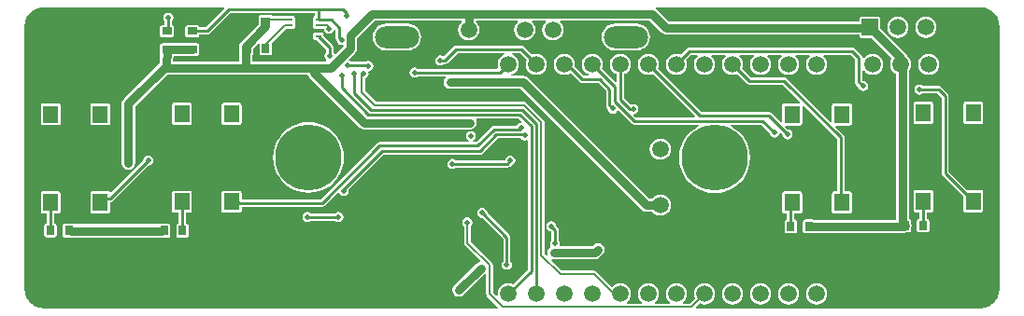
<source format=gtl>
G04*
G04 #@! TF.GenerationSoftware,Altium Limited,Altium Designer,18.1.9 (240)*
G04*
G04 Layer_Physical_Order=1*
G04 Layer_Color=255*
%FSAX25Y25*%
%MOIN*%
G70*
G01*
G75*
%ADD13R,0.05512X0.06299*%
%ADD14R,0.02756X0.03347*%
%ADD15R,0.03543X0.06496*%
%ADD16R,0.02165X0.00984*%
%ADD17R,0.03347X0.03740*%
%ADD18R,0.03347X0.02756*%
%ADD32C,0.01000*%
%ADD33C,0.03000*%
%ADD34C,0.00800*%
%ADD35C,0.05906*%
%ADD36R,0.05906X0.05906*%
%ADD37C,0.05910*%
%ADD38C,0.05906*%
%ADD39O,0.15748X0.07874*%
%ADD40C,0.23622*%
%ADD41C,0.01968*%
G36*
X0361407Y0452258D02*
X0354549Y0445400D01*
X0352351D01*
Y0445453D01*
X0352289Y0445765D01*
X0352112Y0446030D01*
X0351848Y0446206D01*
X0351535Y0446268D01*
X0348189D01*
X0347877Y0446206D01*
X0347612Y0446030D01*
X0347435Y0445765D01*
X0347373Y0445453D01*
Y0442697D01*
X0347435Y0442385D01*
X0347612Y0442120D01*
X0347877Y0441943D01*
X0348189Y0441881D01*
X0351535D01*
X0351848Y0441943D01*
X0352112Y0442120D01*
X0352289Y0442385D01*
X0352351Y0442697D01*
Y0442749D01*
X0355098D01*
X0355606Y0442850D01*
X0356036Y0443138D01*
X0363541Y0450643D01*
X0393458D01*
Y0449488D01*
X0393389Y0449474D01*
X0393124Y0449297D01*
X0392947Y0449033D01*
X0392885Y0448721D01*
Y0447736D01*
X0392947Y0447424D01*
X0393068Y0447244D01*
X0392947Y0447064D01*
X0392885Y0446752D01*
Y0445768D01*
X0392947Y0445456D01*
X0393124Y0445191D01*
X0393389Y0445014D01*
X0393701Y0444952D01*
X0395866D01*
X0396178Y0445014D01*
X0396212Y0445036D01*
X0396715D01*
X0396842Y0444882D01*
X0396981Y0444186D01*
X0397375Y0443596D01*
X0397965Y0443201D01*
X0398661Y0443063D01*
X0399358Y0443201D01*
X0399948Y0443596D01*
X0400342Y0444186D01*
X0400348Y0444215D01*
X0400902Y0444436D01*
X0401037Y0444340D01*
Y0441691D01*
X0401138Y0441184D01*
X0401292Y0440953D01*
X0401290Y0440944D01*
X0401429Y0440248D01*
X0401823Y0439658D01*
X0402413Y0439263D01*
X0403109Y0439125D01*
X0403549Y0439212D01*
X0403596Y0439190D01*
X0403827Y0438758D01*
X0401009Y0435939D01*
X0400441Y0436079D01*
X0400184Y0436464D01*
Y0438248D01*
X0400083Y0438755D01*
X0399796Y0439185D01*
X0396682Y0442299D01*
Y0442815D01*
X0396620Y0443127D01*
X0396443Y0443392D01*
X0396178Y0443569D01*
X0395866Y0443631D01*
X0394872D01*
X0394783Y0443648D01*
X0394695Y0443631D01*
X0393701D01*
X0393389Y0443569D01*
X0393124Y0443392D01*
X0392947Y0443127D01*
X0392885Y0442815D01*
Y0441831D01*
X0392947Y0441519D01*
X0393124Y0441254D01*
X0393389Y0441077D01*
X0393701Y0441015D01*
X0394217D01*
X0397533Y0437699D01*
Y0436464D01*
X0397178Y0435932D01*
X0397039Y0435236D01*
X0397178Y0434540D01*
X0397572Y0433950D01*
X0397752Y0433829D01*
X0397601Y0433329D01*
X0371243D01*
Y0435562D01*
X0371423Y0435683D01*
X0371600Y0435948D01*
X0371662Y0436260D01*
Y0438031D01*
X0373290Y0439658D01*
X0373309Y0439656D01*
X0373771Y0439432D01*
Y0436260D01*
X0373833Y0435948D01*
X0374010Y0435683D01*
X0374274Y0435506D01*
X0374587Y0435444D01*
X0377343D01*
X0377655Y0435506D01*
X0377919Y0435683D01*
X0378096Y0435948D01*
X0378158Y0436260D01*
Y0439606D01*
X0378124Y0439779D01*
X0383357Y0445013D01*
X0383661Y0444952D01*
X0385827D01*
X0386139Y0445014D01*
X0386403Y0445191D01*
X0386580Y0445456D01*
X0386642Y0445768D01*
Y0446752D01*
X0386580Y0447064D01*
X0386460Y0447244D01*
X0386580Y0447424D01*
X0386642Y0447736D01*
Y0448721D01*
X0386580Y0449033D01*
X0386403Y0449297D01*
X0386139Y0449474D01*
X0385827Y0449536D01*
X0383661D01*
X0383349Y0449474D01*
X0383316Y0449452D01*
X0378508D01*
X0378490Y0449544D01*
X0378313Y0449809D01*
X0378048Y0449986D01*
X0377736Y0450048D01*
X0374390D01*
X0374078Y0449986D01*
X0373813Y0449809D01*
X0373636Y0449544D01*
X0373574Y0449232D01*
Y0446575D01*
X0367239Y0440241D01*
X0366731Y0439480D01*
X0366553Y0438583D01*
Y0433329D01*
X0343406D01*
X0343057Y0433687D01*
X0343095Y0435234D01*
X0349862D01*
X0350623Y0435385D01*
X0351535D01*
X0351848Y0435447D01*
X0352112Y0435624D01*
X0352289Y0435889D01*
X0352351Y0436201D01*
Y0438957D01*
X0352289Y0439269D01*
X0352112Y0439534D01*
X0351848Y0439710D01*
X0351535Y0439772D01*
X0350623D01*
X0349862Y0439924D01*
X0340807D01*
X0340386Y0439840D01*
X0339996Y0439772D01*
X0339134D01*
X0338822Y0439710D01*
X0338557Y0439534D01*
X0338380Y0439269D01*
X0338318Y0438957D01*
Y0436201D01*
X0338380Y0435889D01*
X0338418Y0435832D01*
X0338343Y0432749D01*
X0325428Y0419835D01*
X0324920Y0419074D01*
X0324742Y0418177D01*
Y0396772D01*
X0324920Y0395874D01*
X0325428Y0395113D01*
X0326189Y0394605D01*
X0327087Y0394427D01*
X0327984Y0394605D01*
X0328745Y0395113D01*
X0329253Y0395874D01*
X0329432Y0396772D01*
Y0417205D01*
X0340940Y0428713D01*
X0341312Y0428639D01*
X0341312Y0428639D01*
X0390911D01*
X0390944Y0428473D01*
X0391452Y0427712D01*
X0409444Y0409720D01*
X0409444Y0409720D01*
X0410205Y0409211D01*
X0411102Y0409033D01*
X0449055D01*
X0449953Y0409211D01*
X0450713Y0409720D01*
X0451222Y0410480D01*
X0451400Y0411378D01*
X0451222Y0412275D01*
X0451132Y0412409D01*
X0451368Y0412850D01*
X0466141D01*
X0467199Y0411792D01*
X0467175Y0411631D01*
X0467002Y0411282D01*
X0466429Y0411168D01*
X0465839Y0410774D01*
X0465541Y0410329D01*
X0457625D01*
X0457118Y0410228D01*
X0456688Y0409940D01*
X0451144Y0404396D01*
X0450094D01*
X0450011Y0404657D01*
X0450010Y0404896D01*
X0450538Y0405249D01*
X0450933Y0405839D01*
X0451071Y0406535D01*
X0450933Y0407232D01*
X0450538Y0407822D01*
X0449948Y0408216D01*
X0449252Y0408355D01*
X0448556Y0408216D01*
X0447966Y0407822D01*
X0447571Y0407232D01*
X0447433Y0406535D01*
X0447571Y0405839D01*
X0447966Y0405249D01*
X0448493Y0404896D01*
X0448493Y0404657D01*
X0448410Y0404396D01*
X0416614D01*
X0416107Y0404295D01*
X0415677Y0404008D01*
X0395632Y0383963D01*
X0367430D01*
Y0386221D01*
X0367368Y0386533D01*
X0367191Y0386797D01*
X0366926Y0386974D01*
X0366614Y0387036D01*
X0361102D01*
X0360790Y0386974D01*
X0360526Y0386797D01*
X0360349Y0386533D01*
X0360287Y0386221D01*
Y0379921D01*
X0360349Y0379609D01*
X0360526Y0379345D01*
X0360790Y0379168D01*
X0361102Y0379106D01*
X0366614D01*
X0366926Y0379168D01*
X0367191Y0379345D01*
X0367368Y0379609D01*
X0367430Y0379921D01*
Y0381312D01*
X0396181D01*
X0396688Y0381413D01*
X0397118Y0381701D01*
X0401678Y0386260D01*
X0402258Y0386133D01*
X0402532Y0385721D01*
X0403123Y0385327D01*
X0403819Y0385189D01*
X0404515Y0385327D01*
X0405105Y0385721D01*
X0405500Y0386312D01*
X0405638Y0387008D01*
X0405556Y0387421D01*
X0418080Y0399945D01*
X0452438D01*
X0452946Y0400046D01*
X0453376Y0400334D01*
X0458920Y0405878D01*
X0466903D01*
X0467139Y0405525D01*
X0467729Y0405130D01*
X0468425Y0404992D01*
X0468973Y0405101D01*
X0469473Y0404810D01*
Y0358867D01*
X0464145Y0353539D01*
X0463578Y0353774D01*
X0462598Y0353903D01*
X0461619Y0353774D01*
X0460706Y0353396D01*
X0459922Y0352795D01*
X0459320Y0352011D01*
X0458942Y0351098D01*
X0458813Y0350118D01*
X0458873Y0349667D01*
X0458399Y0349434D01*
X0457129Y0350704D01*
Y0360394D01*
X0457036Y0360862D01*
X0456771Y0361259D01*
X0449216Y0368814D01*
Y0374380D01*
X0449278Y0374422D01*
X0449673Y0375012D01*
X0449811Y0375709D01*
X0449673Y0376405D01*
X0449278Y0376995D01*
X0448688Y0377389D01*
X0447992Y0377528D01*
X0447296Y0377389D01*
X0446706Y0376995D01*
X0446311Y0376405D01*
X0446173Y0375709D01*
X0446311Y0375012D01*
X0446706Y0374422D01*
X0446769Y0374380D01*
Y0368307D01*
X0446862Y0367839D01*
X0447127Y0367442D01*
X0452524Y0362045D01*
X0452359Y0361503D01*
X0451937Y0361419D01*
X0451176Y0360910D01*
X0443658Y0353392D01*
X0443302Y0353154D01*
X0442794Y0352394D01*
X0442616Y0351496D01*
X0442794Y0350599D01*
X0443302Y0349838D01*
X0444063Y0349329D01*
X0444961Y0349151D01*
X0445079D01*
X0445976Y0349329D01*
X0446737Y0349838D01*
X0454182Y0357283D01*
X0454682Y0357076D01*
Y0350197D01*
X0454775Y0349729D01*
X0455040Y0349332D01*
X0458992Y0345380D01*
X0458801Y0344918D01*
X0297076D01*
X0295441Y0345102D01*
X0293952Y0345623D01*
X0292617Y0346462D01*
X0291501Y0347577D01*
X0290662Y0348913D01*
X0290142Y0350401D01*
X0289957Y0352037D01*
Y0445601D01*
X0290142Y0447236D01*
X0290662Y0448725D01*
X0291501Y0450061D01*
X0292617Y0451176D01*
X0293952Y0452015D01*
X0295441Y0452536D01*
X0297076Y0452720D01*
X0361216D01*
X0361407Y0452258D01*
D02*
G37*
G36*
X0632433Y0452536D02*
X0633922Y0452015D01*
X0635257Y0451176D01*
X0636373Y0450061D01*
X0637212Y0448725D01*
X0637733Y0447236D01*
X0637917Y0445601D01*
Y0352037D01*
X0637733Y0350401D01*
X0637212Y0348913D01*
X0636373Y0347577D01*
X0635257Y0346462D01*
X0633922Y0345623D01*
X0632433Y0345102D01*
X0630798Y0344918D01*
X0529782D01*
X0529590Y0345380D01*
X0530950Y0346739D01*
X0531619Y0346462D01*
X0532598Y0346333D01*
X0533578Y0346462D01*
X0534491Y0346840D01*
X0535275Y0347442D01*
X0535877Y0348226D01*
X0536255Y0349138D01*
X0536384Y0350118D01*
X0536255Y0351098D01*
X0535877Y0352011D01*
X0535275Y0352795D01*
X0534491Y0353396D01*
X0533578Y0353774D01*
X0532598Y0353903D01*
X0531619Y0353774D01*
X0530706Y0353396D01*
X0529922Y0352795D01*
X0529320Y0352011D01*
X0528942Y0351098D01*
X0528813Y0350118D01*
X0528942Y0349138D01*
X0529219Y0348469D01*
X0527368Y0346618D01*
X0525023D01*
X0524853Y0347118D01*
X0525275Y0347442D01*
X0525877Y0348226D01*
X0526255Y0349138D01*
X0526384Y0350118D01*
X0526255Y0351098D01*
X0525877Y0352011D01*
X0525275Y0352795D01*
X0524491Y0353396D01*
X0523578Y0353774D01*
X0522598Y0353903D01*
X0521619Y0353774D01*
X0520706Y0353396D01*
X0519922Y0352795D01*
X0519320Y0352011D01*
X0518942Y0351098D01*
X0518813Y0350118D01*
X0518942Y0349138D01*
X0519320Y0348226D01*
X0519922Y0347442D01*
X0520344Y0347118D01*
X0520174Y0346618D01*
X0515023D01*
X0514853Y0347118D01*
X0515275Y0347442D01*
X0515876Y0348226D01*
X0516255Y0349138D01*
X0516384Y0350118D01*
X0516255Y0351098D01*
X0515876Y0352011D01*
X0515275Y0352795D01*
X0514491Y0353396D01*
X0513578Y0353774D01*
X0512598Y0353903D01*
X0511619Y0353774D01*
X0510706Y0353396D01*
X0509922Y0352795D01*
X0509320Y0352011D01*
X0508942Y0351098D01*
X0508813Y0350118D01*
X0508942Y0349138D01*
X0509320Y0348226D01*
X0509922Y0347442D01*
X0510344Y0347118D01*
X0510174Y0346618D01*
X0505023D01*
X0504853Y0347118D01*
X0505275Y0347442D01*
X0505876Y0348226D01*
X0506255Y0349138D01*
X0506384Y0350118D01*
X0506255Y0351098D01*
X0505876Y0352011D01*
X0505275Y0352795D01*
X0504491Y0353396D01*
X0503578Y0353774D01*
X0502598Y0353903D01*
X0501619Y0353774D01*
X0500706Y0353396D01*
X0499922Y0352795D01*
X0499863Y0352718D01*
X0499364Y0352686D01*
X0493980Y0358070D01*
X0493583Y0358335D01*
X0493115Y0358428D01*
X0481609D01*
X0477957Y0362080D01*
X0478203Y0362541D01*
X0478819Y0362419D01*
X0493425D01*
X0494323Y0362597D01*
X0495083Y0363106D01*
X0496343Y0364365D01*
X0496852Y0365126D01*
X0497030Y0366024D01*
X0496852Y0366921D01*
X0496343Y0367682D01*
X0495582Y0368190D01*
X0494685Y0368369D01*
X0493788Y0368190D01*
X0493027Y0367682D01*
X0492454Y0367109D01*
X0481310D01*
X0480978Y0367609D01*
X0481070Y0368070D01*
X0480932Y0368766D01*
X0480577Y0369298D01*
Y0372909D01*
X0480577Y0372913D01*
X0480477Y0373421D01*
X0480189Y0373851D01*
X0479719Y0374321D01*
X0479594Y0374948D01*
X0479200Y0375538D01*
X0478610Y0375933D01*
X0477913Y0376071D01*
X0477217Y0375933D01*
X0476627Y0375538D01*
X0476233Y0374948D01*
X0476094Y0374252D01*
X0476233Y0373556D01*
X0476627Y0372966D01*
X0477217Y0372571D01*
X0477844Y0372446D01*
X0477925Y0372365D01*
Y0369298D01*
X0477570Y0368766D01*
X0477432Y0368070D01*
X0477570Y0367374D01*
X0477884Y0366905D01*
X0477161Y0366422D01*
X0476652Y0365661D01*
X0476474Y0364764D01*
X0476596Y0364148D01*
X0476135Y0363902D01*
X0475522Y0364515D01*
Y0411517D01*
X0475429Y0411986D01*
X0475164Y0412383D01*
X0469003Y0418543D01*
X0468606Y0418808D01*
X0468138Y0418901D01*
X0415476D01*
X0411577Y0422800D01*
Y0427125D01*
X0411641Y0427138D01*
X0412231Y0427532D01*
X0412626Y0428123D01*
X0412764Y0428819D01*
X0412658Y0429352D01*
X0412685Y0429578D01*
X0412979Y0429886D01*
X0413413Y0429973D01*
X0414003Y0430367D01*
X0414397Y0430957D01*
X0414536Y0431653D01*
X0414397Y0432350D01*
X0414003Y0432940D01*
X0413413Y0433334D01*
X0412716Y0433473D01*
X0412020Y0433334D01*
X0411783Y0433176D01*
X0406582D01*
X0406050Y0433531D01*
X0405889Y0433563D01*
X0405744Y0434042D01*
X0408052Y0436350D01*
X0408052Y0436350D01*
X0408560Y0437110D01*
X0408739Y0438008D01*
Y0441603D01*
X0415027Y0447891D01*
X0445760D01*
X0445929Y0447391D01*
X0445788Y0447283D01*
X0445187Y0446499D01*
X0444808Y0445586D01*
X0444679Y0444606D01*
X0444808Y0443627D01*
X0445187Y0442714D01*
X0445788Y0441930D01*
X0446572Y0441328D01*
X0447485Y0440950D01*
X0448465Y0440821D01*
X0449444Y0440950D01*
X0450357Y0441328D01*
X0451141Y0441930D01*
X0451743Y0442714D01*
X0452121Y0443627D01*
X0452250Y0444606D01*
X0452121Y0445586D01*
X0451743Y0446499D01*
X0451141Y0447283D01*
X0451000Y0447391D01*
X0451126Y0447891D01*
X0465808D01*
X0465977Y0447391D01*
X0465787Y0447245D01*
X0465185Y0446460D01*
X0464807Y0445547D01*
X0464677Y0444567D01*
X0464807Y0443587D01*
X0465185Y0442673D01*
X0465787Y0441889D01*
X0466571Y0441287D01*
X0467484Y0440909D01*
X0468465Y0440780D01*
X0469445Y0440909D01*
X0470358Y0441287D01*
X0471142Y0441889D01*
X0471744Y0442673D01*
X0472123Y0443587D01*
X0472252Y0444567D01*
X0472123Y0445547D01*
X0471744Y0446460D01*
X0471142Y0447245D01*
X0470952Y0447391D01*
X0471122Y0447891D01*
X0475796D01*
X0475965Y0447391D01*
X0475826Y0447284D01*
X0475224Y0446500D01*
X0474846Y0445586D01*
X0474717Y0444606D01*
X0474846Y0443626D01*
X0475224Y0442713D01*
X0475826Y0441928D01*
X0476610Y0441327D01*
X0477524Y0440948D01*
X0478504Y0440819D01*
X0479484Y0440948D01*
X0480398Y0441327D01*
X0481182Y0441928D01*
X0481784Y0442713D01*
X0482162Y0443626D01*
X0482291Y0444606D01*
X0482162Y0445586D01*
X0481784Y0446500D01*
X0481182Y0447284D01*
X0481042Y0447391D01*
X0481212Y0447891D01*
X0512848D01*
X0517161Y0443578D01*
X0517921Y0443070D01*
X0518819Y0442891D01*
X0587806D01*
Y0442520D01*
X0587868Y0442207D01*
X0588045Y0441943D01*
X0588310Y0441766D01*
X0588622Y0441704D01*
X0592027D01*
X0599439Y0434292D01*
X0599320Y0434137D01*
X0598942Y0433224D01*
X0598813Y0432244D01*
X0598942Y0431264D01*
X0599320Y0430351D01*
X0599922Y0429568D01*
X0600706Y0428966D01*
X0601041Y0428827D01*
Y0376617D01*
X0571714D01*
X0571592Y0376698D01*
X0571279Y0376761D01*
X0568524D01*
X0568212Y0376698D01*
X0567947Y0376522D01*
X0567770Y0376257D01*
X0567708Y0375945D01*
Y0375033D01*
X0567556Y0374272D01*
X0567708Y0373510D01*
Y0372598D01*
X0567770Y0372286D01*
X0567947Y0372022D01*
X0568212Y0371845D01*
X0568524Y0371783D01*
X0571279D01*
X0571592Y0371845D01*
X0571714Y0371927D01*
X0603839D01*
X0604501Y0372058D01*
X0605492D01*
X0605804Y0372120D01*
X0606069Y0372297D01*
X0606246Y0372562D01*
X0606308Y0372874D01*
Y0373786D01*
X0606459Y0374547D01*
X0606308Y0375309D01*
Y0376220D01*
X0606246Y0376533D01*
X0606069Y0376797D01*
X0605804Y0376974D01*
X0605731Y0376989D01*
Y0430162D01*
X0605876Y0430351D01*
X0606255Y0431264D01*
X0606384Y0432244D01*
X0606255Y0433224D01*
X0605876Y0434137D01*
X0605275Y0434921D01*
X0604773Y0435306D01*
X0604765Y0435346D01*
X0604257Y0436107D01*
X0595343Y0445020D01*
Y0448425D01*
X0595281Y0448737D01*
X0595104Y0449002D01*
X0594840Y0449179D01*
X0594527Y0449241D01*
X0588622D01*
X0588310Y0449179D01*
X0588045Y0449002D01*
X0587868Y0448737D01*
X0587806Y0448425D01*
Y0447581D01*
X0519790D01*
X0515477Y0451894D01*
X0514990Y0452220D01*
X0515142Y0452720D01*
X0630798D01*
X0632433Y0452536D01*
D02*
G37*
%LPC*%
G36*
X0341339Y0450638D02*
X0340642Y0450500D01*
X0340052Y0450105D01*
X0339658Y0449515D01*
X0339519Y0448819D01*
X0339658Y0448123D01*
X0340013Y0447591D01*
Y0446268D01*
X0339134D01*
X0338822Y0446206D01*
X0338557Y0446030D01*
X0338380Y0445765D01*
X0338318Y0445453D01*
Y0442697D01*
X0338380Y0442385D01*
X0338557Y0442120D01*
X0338822Y0441943D01*
X0339134Y0441881D01*
X0342480D01*
X0342793Y0441943D01*
X0343057Y0442120D01*
X0343234Y0442385D01*
X0343296Y0442697D01*
Y0445453D01*
X0343234Y0445765D01*
X0343057Y0446030D01*
X0342793Y0446206D01*
X0342664Y0446232D01*
Y0447591D01*
X0343019Y0448123D01*
X0343158Y0448819D01*
X0343019Y0449515D01*
X0342625Y0450105D01*
X0342035Y0450500D01*
X0341339Y0450638D01*
D02*
G37*
G36*
X0366614Y0418532D02*
X0361102D01*
X0360790Y0418470D01*
X0360526Y0418293D01*
X0360349Y0418029D01*
X0360287Y0417717D01*
Y0411417D01*
X0360349Y0411105D01*
X0360526Y0410841D01*
X0360790Y0410664D01*
X0361102Y0410602D01*
X0366614D01*
X0366926Y0410664D01*
X0367191Y0410841D01*
X0367368Y0411105D01*
X0367430Y0411417D01*
Y0417717D01*
X0367368Y0418029D01*
X0367191Y0418293D01*
X0366926Y0418470D01*
X0366614Y0418532D01*
D02*
G37*
G36*
X0348898D02*
X0343386D01*
X0343074Y0418470D01*
X0342809Y0418293D01*
X0342632Y0418029D01*
X0342570Y0417717D01*
Y0411417D01*
X0342632Y0411105D01*
X0342809Y0410841D01*
X0343074Y0410664D01*
X0343386Y0410602D01*
X0348898D01*
X0349210Y0410664D01*
X0349474Y0410841D01*
X0349651Y0411105D01*
X0349713Y0411417D01*
Y0417717D01*
X0349651Y0418029D01*
X0349474Y0418293D01*
X0349210Y0418470D01*
X0348898Y0418532D01*
D02*
G37*
G36*
X0319803Y0418335D02*
X0314291D01*
X0313979Y0418273D01*
X0313715Y0418096D01*
X0313538Y0417832D01*
X0313476Y0417520D01*
Y0411221D01*
X0313538Y0410908D01*
X0313715Y0410644D01*
X0313979Y0410467D01*
X0314291Y0410405D01*
X0319803D01*
X0320115Y0410467D01*
X0320380Y0410644D01*
X0320557Y0410908D01*
X0320619Y0411221D01*
Y0417520D01*
X0320557Y0417832D01*
X0320380Y0418096D01*
X0320115Y0418273D01*
X0319803Y0418335D01*
D02*
G37*
G36*
X0302087D02*
X0296575D01*
X0296263Y0418273D01*
X0295998Y0418096D01*
X0295821Y0417832D01*
X0295759Y0417520D01*
Y0411221D01*
X0295821Y0410908D01*
X0295998Y0410644D01*
X0296263Y0410467D01*
X0296575Y0410405D01*
X0302087D01*
X0302399Y0410467D01*
X0302663Y0410644D01*
X0302840Y0410908D01*
X0302902Y0411221D01*
Y0417520D01*
X0302840Y0417832D01*
X0302663Y0418096D01*
X0302399Y0418273D01*
X0302087Y0418335D01*
D02*
G37*
G36*
X0463386Y0399575D02*
X0462690Y0399437D01*
X0462099Y0399042D01*
X0461705Y0398452D01*
X0461611Y0397979D01*
X0443944D01*
X0443413Y0398334D01*
X0442717Y0398473D01*
X0442020Y0398334D01*
X0441430Y0397940D01*
X0441036Y0397350D01*
X0440897Y0396654D01*
X0441036Y0395957D01*
X0441430Y0395367D01*
X0442020Y0394973D01*
X0442717Y0394834D01*
X0443413Y0394973D01*
X0443944Y0395328D01*
X0462284D01*
X0462791Y0395429D01*
X0463221Y0395716D01*
X0463455Y0395950D01*
X0464082Y0396075D01*
X0464672Y0396469D01*
X0465067Y0397060D01*
X0465205Y0397756D01*
X0465067Y0398452D01*
X0464672Y0399042D01*
X0464082Y0399437D01*
X0463386Y0399575D01*
D02*
G37*
G36*
X0334134Y0399615D02*
X0333438Y0399476D01*
X0332847Y0399082D01*
X0332453Y0398492D01*
X0332328Y0397864D01*
X0320990Y0386526D01*
X0320380Y0386600D01*
X0320115Y0386777D01*
X0319803Y0386839D01*
X0314291D01*
X0313979Y0386777D01*
X0313715Y0386600D01*
X0313538Y0386336D01*
X0313476Y0386024D01*
Y0379724D01*
X0313538Y0379412D01*
X0313715Y0379148D01*
X0313979Y0378971D01*
X0314291Y0378909D01*
X0319803D01*
X0320115Y0378971D01*
X0320380Y0379148D01*
X0320557Y0379412D01*
X0320619Y0379724D01*
Y0382806D01*
X0320940Y0382870D01*
X0321370Y0383157D01*
X0334203Y0395990D01*
X0334830Y0396115D01*
X0335420Y0396509D01*
X0335815Y0397099D01*
X0335953Y0397795D01*
X0335815Y0398492D01*
X0335420Y0399082D01*
X0334830Y0399476D01*
X0334134Y0399615D01*
D02*
G37*
G36*
X0391339Y0411548D02*
X0389360Y0411392D01*
X0387429Y0410928D01*
X0385596Y0410169D01*
X0383903Y0409132D01*
X0382394Y0407842D01*
X0381104Y0406333D01*
X0380067Y0404641D01*
X0379308Y0402807D01*
X0378844Y0400877D01*
X0378689Y0398898D01*
X0378844Y0396919D01*
X0379308Y0394989D01*
X0380067Y0393155D01*
X0381104Y0391462D01*
X0382394Y0389953D01*
X0383903Y0388664D01*
X0385596Y0387626D01*
X0387429Y0386867D01*
X0389360Y0386403D01*
X0391339Y0386248D01*
X0393318Y0386403D01*
X0395248Y0386867D01*
X0397082Y0387626D01*
X0398774Y0388664D01*
X0400283Y0389953D01*
X0401573Y0391462D01*
X0402610Y0393155D01*
X0403370Y0394989D01*
X0403833Y0396919D01*
X0403989Y0398898D01*
X0403833Y0400877D01*
X0403370Y0402807D01*
X0402610Y0404641D01*
X0401573Y0406333D01*
X0400283Y0407842D01*
X0398774Y0409132D01*
X0397082Y0410169D01*
X0395248Y0410928D01*
X0393318Y0411392D01*
X0391339Y0411548D01*
D02*
G37*
G36*
X0391024Y0379496D02*
X0390327Y0379358D01*
X0389737Y0378963D01*
X0389343Y0378373D01*
X0389204Y0377677D01*
X0389343Y0376981D01*
X0389737Y0376391D01*
X0390327Y0375996D01*
X0391024Y0375858D01*
X0391720Y0375996D01*
X0392251Y0376352D01*
X0400734D01*
X0400761Y0376312D01*
X0401351Y0375918D01*
X0402047Y0375779D01*
X0402743Y0375918D01*
X0403334Y0376312D01*
X0403728Y0376902D01*
X0403866Y0377598D01*
X0403728Y0378295D01*
X0403334Y0378885D01*
X0402743Y0379279D01*
X0402047Y0379418D01*
X0401351Y0379279D01*
X0400937Y0379003D01*
X0392251D01*
X0391720Y0379358D01*
X0391024Y0379496D01*
D02*
G37*
G36*
X0302087Y0386839D02*
X0296575D01*
X0296263Y0386777D01*
X0295998Y0386600D01*
X0295821Y0386336D01*
X0295759Y0386024D01*
Y0379724D01*
X0295821Y0379412D01*
X0295998Y0379148D01*
X0296263Y0378971D01*
X0296575Y0378909D01*
X0297986D01*
Y0375304D01*
X0297894D01*
X0297582Y0375242D01*
X0297317Y0375065D01*
X0297140Y0374800D01*
X0297078Y0374488D01*
Y0371142D01*
X0297140Y0370830D01*
X0297317Y0370565D01*
X0297582Y0370388D01*
X0297894Y0370326D01*
X0300650D01*
X0300962Y0370388D01*
X0301226Y0370565D01*
X0301403Y0370830D01*
X0301465Y0371142D01*
Y0374488D01*
X0301403Y0374800D01*
X0301226Y0375065D01*
X0300962Y0375242D01*
X0300650Y0375304D01*
X0300637D01*
Y0378909D01*
X0302087D01*
X0302399Y0378971D01*
X0302663Y0379148D01*
X0302840Y0379412D01*
X0302902Y0379724D01*
Y0386024D01*
X0302840Y0386336D01*
X0302663Y0386600D01*
X0302399Y0386777D01*
X0302087Y0386839D01*
D02*
G37*
G36*
X0348898Y0387036D02*
X0343386D01*
X0343074Y0386974D01*
X0342809Y0386797D01*
X0342632Y0386533D01*
X0342570Y0386221D01*
Y0379921D01*
X0342632Y0379609D01*
X0342809Y0379345D01*
X0343074Y0379168D01*
X0343386Y0379106D01*
X0344836D01*
Y0375236D01*
X0344668Y0375202D01*
X0344404Y0375026D01*
X0344227Y0374761D01*
X0344165Y0374449D01*
Y0371102D01*
X0344227Y0370790D01*
X0344404Y0370526D01*
X0344668Y0370349D01*
X0344980Y0370287D01*
X0347736D01*
X0348048Y0370349D01*
X0348313Y0370526D01*
X0348490Y0370790D01*
X0348552Y0371102D01*
Y0374449D01*
X0348490Y0374761D01*
X0348313Y0375026D01*
X0348048Y0375202D01*
X0347736Y0375265D01*
X0347487D01*
Y0379106D01*
X0348898D01*
X0349210Y0379168D01*
X0349474Y0379345D01*
X0349651Y0379609D01*
X0349713Y0379921D01*
Y0386221D01*
X0349651Y0386533D01*
X0349474Y0386797D01*
X0349210Y0386974D01*
X0348898Y0387036D01*
D02*
G37*
G36*
X0307146Y0375304D02*
X0304390D01*
X0304078Y0375242D01*
X0303813Y0375065D01*
X0303636Y0374800D01*
X0303574Y0374488D01*
Y0371142D01*
X0303636Y0370830D01*
X0303813Y0370565D01*
X0304078Y0370388D01*
X0304390Y0370326D01*
X0307146D01*
X0307374Y0370372D01*
X0338138D01*
X0338172Y0370349D01*
X0338484Y0370287D01*
X0341240D01*
X0341552Y0370349D01*
X0341817Y0370526D01*
X0341994Y0370790D01*
X0342056Y0371102D01*
Y0374449D01*
X0341994Y0374761D01*
X0341817Y0375026D01*
X0341552Y0375202D01*
X0341240Y0375265D01*
X0338484D01*
X0338172Y0375202D01*
X0337961Y0375062D01*
X0307725D01*
X0307722Y0375065D01*
X0307458Y0375242D01*
X0307146Y0375304D01*
D02*
G37*
G36*
X0453386Y0380874D02*
X0452690Y0380736D01*
X0452099Y0380342D01*
X0451705Y0379751D01*
X0451567Y0379055D01*
X0451705Y0378359D01*
X0452099Y0377769D01*
X0452690Y0377374D01*
X0453317Y0377250D01*
X0460761Y0369805D01*
Y0361897D01*
X0460406Y0361366D01*
X0460267Y0360669D01*
X0460406Y0359973D01*
X0460800Y0359383D01*
X0461390Y0358989D01*
X0462087Y0358850D01*
X0462783Y0358989D01*
X0463373Y0359383D01*
X0463767Y0359973D01*
X0463906Y0360669D01*
X0463767Y0361366D01*
X0463412Y0361897D01*
Y0370354D01*
X0463412Y0370354D01*
X0463311Y0370862D01*
X0463024Y0371292D01*
X0455191Y0379124D01*
X0455067Y0379751D01*
X0454672Y0380342D01*
X0454082Y0380736D01*
X0453386Y0380874D01*
D02*
G37*
G36*
X0508378Y0446819D02*
X0500678D01*
X0500625Y0446808D01*
X0500571Y0446812D01*
X0499527Y0446674D01*
X0499451Y0446648D01*
X0499425Y0446645D01*
X0499400Y0446635D01*
X0499321Y0446619D01*
X0498348Y0446216D01*
X0498281Y0446171D01*
X0498257Y0446161D01*
X0498236Y0446145D01*
X0498164Y0446110D01*
X0497328Y0445469D01*
X0497275Y0445408D01*
X0497254Y0445392D01*
X0497238Y0445371D01*
X0497178Y0445318D01*
X0496536Y0444482D01*
X0496515Y0444438D01*
X0496453Y0444357D01*
X0495975Y0443205D01*
X0495813Y0441968D01*
X0495975Y0440732D01*
X0496453Y0439580D01*
X0496515Y0439499D01*
X0496536Y0439455D01*
X0497178Y0438619D01*
X0497238Y0438566D01*
X0497254Y0438545D01*
X0497275Y0438529D01*
X0497328Y0438469D01*
X0498164Y0437827D01*
X0498236Y0437792D01*
X0498257Y0437776D01*
X0498281Y0437766D01*
X0498348Y0437721D01*
X0499321Y0437318D01*
X0499400Y0437302D01*
X0499425Y0437292D01*
X0499451Y0437289D01*
X0499527Y0437263D01*
X0500571Y0437125D01*
X0500625Y0437129D01*
X0500678Y0437118D01*
X0508378D01*
X0508430Y0437129D01*
X0508484Y0437125D01*
X0509528Y0437263D01*
X0509604Y0437289D01*
X0509631Y0437292D01*
X0509655Y0437302D01*
X0509734Y0437318D01*
X0510707Y0437721D01*
X0510774Y0437766D01*
X0510798Y0437776D01*
X0510819Y0437792D01*
X0510891Y0437827D01*
X0511727Y0438469D01*
X0511780Y0438529D01*
X0511801Y0438545D01*
X0511817Y0438566D01*
X0511877Y0438619D01*
X0512519Y0439455D01*
X0512540Y0439499D01*
X0512602Y0439580D01*
X0513080Y0440732D01*
X0513242Y0441968D01*
X0513080Y0443205D01*
X0512602Y0444357D01*
X0512541Y0444438D01*
X0512519Y0444482D01*
X0511877Y0445318D01*
X0511817Y0445371D01*
X0511801Y0445392D01*
X0511780Y0445408D01*
X0511727Y0445469D01*
X0510891Y0446110D01*
X0510819Y0446145D01*
X0510798Y0446161D01*
X0510774Y0446171D01*
X0510707Y0446216D01*
X0509734Y0446619D01*
X0509655Y0446635D01*
X0509631Y0446645D01*
X0509604Y0446648D01*
X0509528Y0446674D01*
X0508484Y0446812D01*
X0508430Y0446808D01*
X0508378Y0446819D01*
D02*
G37*
G36*
X0426685D02*
X0418985D01*
X0418932Y0446808D01*
X0418878Y0446812D01*
X0417834Y0446674D01*
X0417758Y0446648D01*
X0417732Y0446645D01*
X0417707Y0446635D01*
X0417628Y0446619D01*
X0416655Y0446216D01*
X0416588Y0446171D01*
X0416564Y0446161D01*
X0416543Y0446145D01*
X0416471Y0446110D01*
X0415635Y0445469D01*
X0415582Y0445408D01*
X0415561Y0445392D01*
X0415545Y0445371D01*
X0415485Y0445318D01*
X0414844Y0444482D01*
X0414822Y0444438D01*
X0414760Y0444357D01*
X0414283Y0443205D01*
X0414120Y0441968D01*
X0414283Y0440732D01*
X0414760Y0439580D01*
X0414822Y0439499D01*
X0414844Y0439455D01*
X0415485Y0438619D01*
X0415545Y0438566D01*
X0415561Y0438545D01*
X0415582Y0438529D01*
X0415635Y0438469D01*
X0416471Y0437827D01*
X0416543Y0437792D01*
X0416564Y0437776D01*
X0416588Y0437766D01*
X0416655Y0437721D01*
X0417628Y0437318D01*
X0417707Y0437302D01*
X0417732Y0437292D01*
X0417758Y0437289D01*
X0417834Y0437263D01*
X0418878Y0437125D01*
X0418932Y0437129D01*
X0418985Y0437118D01*
X0426685D01*
X0426737Y0437129D01*
X0426791Y0437125D01*
X0427835Y0437263D01*
X0427911Y0437289D01*
X0427938Y0437292D01*
X0427962Y0437302D01*
X0428041Y0437318D01*
X0429014Y0437721D01*
X0429081Y0437766D01*
X0429105Y0437776D01*
X0429126Y0437792D01*
X0429199Y0437827D01*
X0430034Y0438469D01*
X0430087Y0438529D01*
X0430108Y0438545D01*
X0430124Y0438566D01*
X0430185Y0438619D01*
X0430826Y0439455D01*
X0430848Y0439499D01*
X0430909Y0439580D01*
X0431387Y0440732D01*
X0431550Y0441968D01*
X0431387Y0443205D01*
X0430909Y0444357D01*
X0430848Y0444438D01*
X0430826Y0444482D01*
X0430185Y0445318D01*
X0430124Y0445371D01*
X0430108Y0445392D01*
X0430087Y0445408D01*
X0430034Y0445469D01*
X0429199Y0446110D01*
X0429126Y0446145D01*
X0429105Y0446161D01*
X0429081Y0446171D01*
X0429014Y0446216D01*
X0428041Y0446619D01*
X0427962Y0446635D01*
X0427938Y0446645D01*
X0427911Y0446648D01*
X0427835Y0446674D01*
X0426791Y0446812D01*
X0426737Y0446808D01*
X0426685Y0446819D01*
D02*
G37*
G36*
X0611575Y0449258D02*
X0610595Y0449129D01*
X0609682Y0448750D01*
X0608898Y0448149D01*
X0608297Y0447365D01*
X0607919Y0446452D01*
X0607790Y0445472D01*
X0607919Y0444493D01*
X0608297Y0443580D01*
X0608898Y0442796D01*
X0609682Y0442194D01*
X0610595Y0441816D01*
X0611575Y0441687D01*
X0612555Y0441816D01*
X0613467Y0442194D01*
X0614251Y0442796D01*
X0614853Y0443580D01*
X0615231Y0444493D01*
X0615360Y0445472D01*
X0615231Y0446452D01*
X0614853Y0447365D01*
X0614251Y0448149D01*
X0613467Y0448750D01*
X0612555Y0449129D01*
X0611575Y0449258D01*
D02*
G37*
G36*
X0601575D02*
X0600595Y0449129D01*
X0599682Y0448750D01*
X0598898Y0448149D01*
X0598297Y0447365D01*
X0597919Y0446452D01*
X0597790Y0445472D01*
X0597919Y0444493D01*
X0598297Y0443580D01*
X0598898Y0442796D01*
X0599682Y0442194D01*
X0600595Y0441816D01*
X0601575Y0441687D01*
X0602555Y0441816D01*
X0603467Y0442194D01*
X0604251Y0442796D01*
X0604853Y0443580D01*
X0605231Y0444493D01*
X0605360Y0445472D01*
X0605231Y0446452D01*
X0604853Y0447365D01*
X0604251Y0448149D01*
X0603467Y0448750D01*
X0602555Y0449129D01*
X0601575Y0449258D01*
D02*
G37*
G36*
X0585354Y0438294D02*
X0527323D01*
X0526816Y0438193D01*
X0526386Y0437906D01*
X0524145Y0435665D01*
X0523578Y0435900D01*
X0522598Y0436029D01*
X0521619Y0435900D01*
X0520706Y0435522D01*
X0519922Y0434921D01*
X0519320Y0434137D01*
X0518942Y0433224D01*
X0518813Y0432244D01*
X0518942Y0431264D01*
X0519320Y0430351D01*
X0519922Y0429568D01*
X0520706Y0428966D01*
X0521619Y0428588D01*
X0522598Y0428459D01*
X0523578Y0428588D01*
X0524491Y0428966D01*
X0525275Y0429568D01*
X0525877Y0430351D01*
X0526255Y0431264D01*
X0526384Y0432244D01*
X0526255Y0433224D01*
X0526020Y0433791D01*
X0527872Y0435643D01*
X0530042D01*
X0530212Y0435143D01*
X0529922Y0434921D01*
X0529320Y0434137D01*
X0528942Y0433224D01*
X0528813Y0432244D01*
X0528942Y0431264D01*
X0529320Y0430351D01*
X0529922Y0429568D01*
X0530706Y0428966D01*
X0531619Y0428588D01*
X0532598Y0428459D01*
X0533578Y0428588D01*
X0534491Y0428966D01*
X0535275Y0429568D01*
X0535877Y0430351D01*
X0536255Y0431264D01*
X0536384Y0432244D01*
X0536255Y0433224D01*
X0535877Y0434137D01*
X0535275Y0434921D01*
X0534985Y0435143D01*
X0535155Y0435643D01*
X0540042D01*
X0540212Y0435143D01*
X0539922Y0434921D01*
X0539320Y0434137D01*
X0538942Y0433224D01*
X0538813Y0432244D01*
X0538942Y0431264D01*
X0539320Y0430351D01*
X0539922Y0429568D01*
X0540706Y0428966D01*
X0541619Y0428588D01*
X0542598Y0428459D01*
X0543578Y0428588D01*
X0544145Y0428823D01*
X0547606Y0425362D01*
X0548036Y0425075D01*
X0548543Y0424974D01*
X0560475D01*
X0566652Y0418796D01*
X0566445Y0418296D01*
X0561142D01*
X0560830Y0418234D01*
X0560565Y0418057D01*
X0560388Y0417793D01*
X0560326Y0417480D01*
Y0411665D01*
X0559826Y0411458D01*
X0556539Y0414745D01*
X0556109Y0415032D01*
X0555602Y0415133D01*
X0531584D01*
X0516020Y0430697D01*
X0516255Y0431264D01*
X0516384Y0432244D01*
X0516255Y0433224D01*
X0515876Y0434137D01*
X0515275Y0434921D01*
X0514491Y0435522D01*
X0513578Y0435900D01*
X0512598Y0436029D01*
X0511619Y0435900D01*
X0510706Y0435522D01*
X0509922Y0434921D01*
X0509320Y0434137D01*
X0508942Y0433224D01*
X0508813Y0432244D01*
X0508942Y0431264D01*
X0509320Y0430351D01*
X0509922Y0429568D01*
X0510706Y0428966D01*
X0511619Y0428588D01*
X0512598Y0428459D01*
X0513578Y0428588D01*
X0514145Y0428823D01*
X0529173Y0413795D01*
X0528981Y0413333D01*
X0507990D01*
X0507394Y0413929D01*
X0507559Y0414472D01*
X0507901Y0414540D01*
X0508491Y0414934D01*
X0508885Y0415524D01*
X0509024Y0416221D01*
X0508885Y0416917D01*
X0508491Y0417507D01*
X0507901Y0417901D01*
X0507205Y0418040D01*
X0506508Y0417901D01*
X0506263Y0417737D01*
X0503924Y0420077D01*
Y0428731D01*
X0504491Y0428966D01*
X0505275Y0429568D01*
X0505876Y0430351D01*
X0506255Y0431264D01*
X0506384Y0432244D01*
X0506255Y0433224D01*
X0505876Y0434137D01*
X0505275Y0434921D01*
X0504491Y0435522D01*
X0503578Y0435900D01*
X0502598Y0436029D01*
X0501619Y0435900D01*
X0500706Y0435522D01*
X0499922Y0434921D01*
X0499320Y0434137D01*
X0498942Y0433224D01*
X0498813Y0432244D01*
X0498942Y0431264D01*
X0499320Y0430351D01*
X0499922Y0429568D01*
X0500706Y0428966D01*
X0501273Y0428731D01*
Y0426097D01*
X0500811Y0425906D01*
X0496020Y0430697D01*
X0496255Y0431264D01*
X0496384Y0432244D01*
X0496255Y0433224D01*
X0495877Y0434137D01*
X0495275Y0434921D01*
X0494491Y0435522D01*
X0493578Y0435900D01*
X0492598Y0436029D01*
X0491619Y0435900D01*
X0490706Y0435522D01*
X0489922Y0434921D01*
X0489320Y0434137D01*
X0488942Y0433224D01*
X0488813Y0432244D01*
X0488942Y0431264D01*
X0489320Y0430351D01*
X0489922Y0429568D01*
X0490706Y0428966D01*
X0491216Y0428755D01*
X0491117Y0428255D01*
X0489486D01*
X0486280Y0431460D01*
X0486384Y0432244D01*
X0486255Y0433224D01*
X0485877Y0434137D01*
X0485275Y0434921D01*
X0484491Y0435522D01*
X0483578Y0435900D01*
X0482598Y0436029D01*
X0481619Y0435900D01*
X0480706Y0435522D01*
X0479922Y0434921D01*
X0479320Y0434137D01*
X0478942Y0433224D01*
X0478813Y0432244D01*
X0478942Y0431264D01*
X0479320Y0430351D01*
X0479922Y0429568D01*
X0480706Y0428966D01*
X0481619Y0428588D01*
X0482598Y0428459D01*
X0483578Y0428588D01*
X0484491Y0428966D01*
X0484794Y0429198D01*
X0488000Y0425992D01*
X0488430Y0425705D01*
X0488937Y0425604D01*
X0494569D01*
X0497426Y0422747D01*
Y0417469D01*
X0497527Y0416962D01*
X0497814Y0416532D01*
X0498017Y0416329D01*
X0498142Y0415701D01*
X0498536Y0415111D01*
X0499127Y0414717D01*
X0499823Y0414578D01*
X0500519Y0414717D01*
X0501109Y0415111D01*
X0501368Y0415499D01*
X0501958Y0415617D01*
X0506504Y0411071D01*
X0506934Y0410783D01*
X0507441Y0410682D01*
X0530626D01*
X0530723Y0410192D01*
X0530478Y0410090D01*
X0528785Y0409053D01*
X0527276Y0407764D01*
X0525986Y0406254D01*
X0524949Y0404562D01*
X0524190Y0402728D01*
X0523726Y0400798D01*
X0523570Y0398819D01*
X0523726Y0396840D01*
X0524190Y0394910D01*
X0524949Y0393076D01*
X0525986Y0391383D01*
X0527276Y0389874D01*
X0528785Y0388585D01*
X0530478Y0387548D01*
X0532311Y0386788D01*
X0534242Y0386325D01*
X0536221Y0386169D01*
X0538199Y0386325D01*
X0540130Y0386788D01*
X0541963Y0387548D01*
X0543656Y0388585D01*
X0545165Y0389874D01*
X0546455Y0391383D01*
X0547492Y0393076D01*
X0548251Y0394910D01*
X0548715Y0396840D01*
X0548871Y0398819D01*
X0548715Y0400798D01*
X0548251Y0402728D01*
X0547492Y0404562D01*
X0546455Y0406254D01*
X0545165Y0407764D01*
X0543656Y0409053D01*
X0541963Y0410090D01*
X0541718Y0410192D01*
X0541815Y0410682D01*
X0552758D01*
X0555675Y0407766D01*
X0555800Y0407138D01*
X0556194Y0406548D01*
X0556784Y0406154D01*
X0557480Y0406015D01*
X0558177Y0406154D01*
X0558767Y0406548D01*
X0559161Y0407138D01*
X0559249Y0407579D01*
X0559788Y0407747D01*
X0560390Y0407146D01*
X0560524Y0406469D01*
X0560918Y0405879D01*
X0561509Y0405485D01*
X0562205Y0405346D01*
X0562901Y0405485D01*
X0563491Y0405879D01*
X0563885Y0406469D01*
X0564024Y0407165D01*
X0563885Y0407862D01*
X0563491Y0408452D01*
X0562901Y0408846D01*
X0562323Y0408961D01*
X0561418Y0409865D01*
X0561626Y0410365D01*
X0566653D01*
X0566966Y0410428D01*
X0567230Y0410604D01*
X0567407Y0410869D01*
X0567469Y0411181D01*
Y0417272D01*
X0567969Y0417479D01*
X0579777Y0405671D01*
Y0386800D01*
X0578858D01*
X0578546Y0386738D01*
X0578281Y0386561D01*
X0578105Y0386296D01*
X0578043Y0385984D01*
Y0379685D01*
X0578105Y0379373D01*
X0578281Y0379108D01*
X0578546Y0378931D01*
X0578858Y0378869D01*
X0584370D01*
X0584682Y0378931D01*
X0584947Y0379108D01*
X0585124Y0379373D01*
X0585186Y0379685D01*
Y0385984D01*
X0585124Y0386296D01*
X0584947Y0386561D01*
X0584682Y0386738D01*
X0584370Y0386800D01*
X0582428D01*
Y0406220D01*
X0582327Y0406728D01*
X0582040Y0407158D01*
X0579332Y0409865D01*
X0579539Y0410365D01*
X0584370D01*
X0584682Y0410428D01*
X0584947Y0410604D01*
X0585124Y0410869D01*
X0585186Y0411181D01*
Y0417480D01*
X0585124Y0417793D01*
X0584947Y0418057D01*
X0584682Y0418234D01*
X0584370Y0418296D01*
X0578858D01*
X0578546Y0418234D01*
X0578281Y0418057D01*
X0578105Y0417793D01*
X0578043Y0417480D01*
Y0411862D01*
X0577543Y0411655D01*
X0561961Y0427237D01*
X0561531Y0427524D01*
X0561024Y0427625D01*
X0549092D01*
X0546020Y0430697D01*
X0546255Y0431264D01*
X0546384Y0432244D01*
X0546255Y0433224D01*
X0545877Y0434137D01*
X0545275Y0434921D01*
X0544985Y0435143D01*
X0545155Y0435643D01*
X0550093D01*
X0550263Y0435143D01*
X0549922Y0434881D01*
X0549320Y0434097D01*
X0548942Y0433184D01*
X0548813Y0432205D01*
X0548942Y0431225D01*
X0549320Y0430312D01*
X0549922Y0429528D01*
X0550706Y0428927D01*
X0551619Y0428549D01*
X0552598Y0428420D01*
X0553578Y0428549D01*
X0554491Y0428927D01*
X0555275Y0429528D01*
X0555876Y0430312D01*
X0556255Y0431225D01*
X0556384Y0432205D01*
X0556255Y0433184D01*
X0555876Y0434097D01*
X0555275Y0434881D01*
X0554934Y0435143D01*
X0555103Y0435643D01*
X0560042D01*
X0560212Y0435143D01*
X0559922Y0434921D01*
X0559320Y0434137D01*
X0558942Y0433224D01*
X0558813Y0432244D01*
X0558942Y0431264D01*
X0559320Y0430351D01*
X0559922Y0429568D01*
X0560706Y0428966D01*
X0561619Y0428588D01*
X0562598Y0428459D01*
X0563578Y0428588D01*
X0564491Y0428966D01*
X0565275Y0429568D01*
X0565876Y0430351D01*
X0566255Y0431264D01*
X0566384Y0432244D01*
X0566255Y0433224D01*
X0565876Y0434137D01*
X0565275Y0434921D01*
X0564985Y0435143D01*
X0565155Y0435643D01*
X0570042D01*
X0570212Y0435143D01*
X0569922Y0434921D01*
X0569320Y0434137D01*
X0568942Y0433224D01*
X0568813Y0432244D01*
X0568942Y0431264D01*
X0569320Y0430351D01*
X0569922Y0429568D01*
X0570706Y0428966D01*
X0571619Y0428588D01*
X0572598Y0428459D01*
X0573578Y0428588D01*
X0574491Y0428966D01*
X0575275Y0429568D01*
X0575877Y0430351D01*
X0576255Y0431264D01*
X0576384Y0432244D01*
X0576255Y0433224D01*
X0575877Y0434137D01*
X0575275Y0434921D01*
X0574985Y0435143D01*
X0575155Y0435643D01*
X0584805D01*
X0586312Y0434136D01*
Y0425945D01*
X0586413Y0425438D01*
X0586701Y0425008D01*
X0587368Y0424340D01*
X0587493Y0423713D01*
X0587887Y0423123D01*
X0588477Y0422729D01*
X0589173Y0422590D01*
X0589869Y0422729D01*
X0590460Y0423123D01*
X0590854Y0423713D01*
X0590992Y0424409D01*
X0590854Y0425106D01*
X0590460Y0425696D01*
X0589869Y0426090D01*
X0589242Y0426215D01*
X0588963Y0426494D01*
Y0429996D01*
X0589463Y0430165D01*
X0589922Y0429568D01*
X0590706Y0428966D01*
X0591619Y0428588D01*
X0592598Y0428459D01*
X0593578Y0428588D01*
X0594491Y0428966D01*
X0595275Y0429568D01*
X0595877Y0430351D01*
X0596255Y0431264D01*
X0596384Y0432244D01*
X0596255Y0433224D01*
X0595877Y0434137D01*
X0595275Y0434921D01*
X0594491Y0435522D01*
X0593578Y0435900D01*
X0592598Y0436029D01*
X0591619Y0435900D01*
X0590706Y0435522D01*
X0589922Y0434921D01*
X0589463Y0434323D01*
X0588963Y0434493D01*
Y0434685D01*
X0588862Y0435192D01*
X0588575Y0435622D01*
X0586292Y0437906D01*
X0585862Y0438193D01*
X0585354Y0438294D01*
D02*
G37*
G36*
X0612598Y0436029D02*
X0611619Y0435900D01*
X0610706Y0435522D01*
X0609922Y0434921D01*
X0609320Y0434137D01*
X0608942Y0433224D01*
X0608813Y0432244D01*
X0608942Y0431264D01*
X0609320Y0430351D01*
X0609922Y0429568D01*
X0610706Y0428966D01*
X0611619Y0428588D01*
X0612598Y0428459D01*
X0613578Y0428588D01*
X0614491Y0428966D01*
X0615275Y0429568D01*
X0615876Y0430351D01*
X0616255Y0431264D01*
X0616384Y0432244D01*
X0616255Y0433224D01*
X0615876Y0434137D01*
X0615275Y0434921D01*
X0614491Y0435522D01*
X0613578Y0435900D01*
X0612598Y0436029D01*
D02*
G37*
G36*
X0467205Y0438963D02*
X0443937D01*
X0443430Y0438862D01*
X0443000Y0438575D01*
X0439469Y0435044D01*
X0439082Y0435303D01*
X0438386Y0435441D01*
X0437690Y0435303D01*
X0437099Y0434908D01*
X0436705Y0434318D01*
X0436567Y0433622D01*
X0436705Y0432926D01*
X0437099Y0432336D01*
X0437690Y0431941D01*
X0438386Y0431803D01*
X0439082Y0431941D01*
X0439614Y0432297D01*
X0439921D01*
X0440428Y0432398D01*
X0440859Y0432685D01*
X0444486Y0436312D01*
X0461307D01*
X0461407Y0435812D01*
X0460706Y0435522D01*
X0459922Y0434921D01*
X0459320Y0434137D01*
X0458942Y0433224D01*
X0458813Y0432244D01*
X0458942Y0431264D01*
X0459020Y0431077D01*
X0458686Y0430577D01*
X0430401D01*
X0429869Y0430933D01*
X0429173Y0431071D01*
X0428477Y0430933D01*
X0427887Y0430538D01*
X0427493Y0429948D01*
X0427354Y0429252D01*
X0427493Y0428556D01*
X0427887Y0427966D01*
X0428477Y0427571D01*
X0429173Y0427433D01*
X0429869Y0427571D01*
X0430401Y0427926D01*
X0440124D01*
X0440269Y0427448D01*
X0440232Y0427423D01*
X0439723Y0426662D01*
X0439545Y0425765D01*
X0439723Y0424867D01*
X0440232Y0424106D01*
X0440992Y0423598D01*
X0441890Y0423420D01*
X0467044D01*
X0510271Y0380192D01*
X0510271Y0380192D01*
X0511032Y0379684D01*
X0511929Y0379505D01*
X0513917D01*
X0514173Y0379172D01*
X0514957Y0378571D01*
X0515870Y0378192D01*
X0516850Y0378063D01*
X0517831Y0378192D01*
X0518744Y0378571D01*
X0519528Y0379172D01*
X0520130Y0379957D01*
X0520508Y0380870D01*
X0520638Y0381850D01*
X0520508Y0382831D01*
X0520130Y0383744D01*
X0519528Y0384528D01*
X0518744Y0385130D01*
X0517831Y0385508D01*
X0516850Y0385637D01*
X0515870Y0385508D01*
X0514957Y0385130D01*
X0514173Y0384528D01*
X0513917Y0384195D01*
X0512900D01*
X0469673Y0427423D01*
X0468912Y0427931D01*
X0468015Y0428110D01*
X0463673D01*
X0463578Y0428588D01*
X0464491Y0428966D01*
X0465275Y0429568D01*
X0465876Y0430351D01*
X0466255Y0431264D01*
X0466384Y0432244D01*
X0466255Y0433224D01*
X0465876Y0434137D01*
X0465275Y0434921D01*
X0464491Y0435522D01*
X0463790Y0435812D01*
X0463890Y0436312D01*
X0466656D01*
X0469177Y0433791D01*
X0468942Y0433224D01*
X0468813Y0432244D01*
X0468942Y0431264D01*
X0469320Y0430351D01*
X0469922Y0429568D01*
X0470706Y0428966D01*
X0471619Y0428588D01*
X0472598Y0428459D01*
X0473578Y0428588D01*
X0474491Y0428966D01*
X0475275Y0429568D01*
X0475877Y0430351D01*
X0476255Y0431264D01*
X0476384Y0432244D01*
X0476255Y0433224D01*
X0475877Y0434137D01*
X0475275Y0434921D01*
X0474491Y0435522D01*
X0473578Y0435900D01*
X0472598Y0436029D01*
X0471619Y0435900D01*
X0471052Y0435665D01*
X0468142Y0438575D01*
X0467712Y0438862D01*
X0467205Y0438963D01*
D02*
G37*
G36*
X0631181Y0418808D02*
X0625669D01*
X0625357Y0418746D01*
X0625093Y0418569D01*
X0624916Y0418304D01*
X0624854Y0417992D01*
Y0411693D01*
X0624916Y0411381D01*
X0625093Y0411116D01*
X0625357Y0410939D01*
X0625669Y0410877D01*
X0631181D01*
X0631493Y0410939D01*
X0631758Y0411116D01*
X0631935Y0411381D01*
X0631997Y0411693D01*
Y0417992D01*
X0631935Y0418304D01*
X0631758Y0418569D01*
X0631493Y0418746D01*
X0631181Y0418808D01*
D02*
G37*
G36*
X0613465D02*
X0607953D01*
X0607641Y0418746D01*
X0607376Y0418569D01*
X0607199Y0418304D01*
X0607137Y0417992D01*
Y0411693D01*
X0607199Y0411381D01*
X0607376Y0411116D01*
X0607641Y0410939D01*
X0607953Y0410877D01*
X0613465D01*
X0613777Y0410939D01*
X0614041Y0411116D01*
X0614218Y0411381D01*
X0614280Y0411693D01*
Y0417992D01*
X0614218Y0418304D01*
X0614041Y0418569D01*
X0613777Y0418746D01*
X0613465Y0418808D01*
D02*
G37*
G36*
X0516811Y0405635D02*
X0515831Y0405507D01*
X0514919Y0405128D01*
X0514135Y0404527D01*
X0513533Y0403743D01*
X0513155Y0402830D01*
X0513026Y0401850D01*
X0513155Y0400871D01*
X0513533Y0399958D01*
X0514135Y0399174D01*
X0514919Y0398572D01*
X0515831Y0398194D01*
X0516811Y0398065D01*
X0517791Y0398194D01*
X0518704Y0398572D01*
X0519487Y0399174D01*
X0520089Y0399958D01*
X0520467Y0400871D01*
X0520596Y0401850D01*
X0520467Y0402830D01*
X0520089Y0403743D01*
X0519487Y0404527D01*
X0518704Y0405128D01*
X0517791Y0405507D01*
X0516811Y0405635D01*
D02*
G37*
G36*
X0609370Y0425008D02*
X0608674Y0424870D01*
X0608084Y0424475D01*
X0607689Y0423885D01*
X0607551Y0423189D01*
X0607689Y0422493D01*
X0608084Y0421903D01*
X0608674Y0421508D01*
X0609370Y0421370D01*
X0610066Y0421508D01*
X0610598Y0421864D01*
X0615593D01*
X0617100Y0420357D01*
Y0393347D01*
X0617201Y0392839D01*
X0617488Y0392409D01*
X0624854Y0385044D01*
Y0380197D01*
X0624916Y0379885D01*
X0625093Y0379620D01*
X0625357Y0379443D01*
X0625669Y0379381D01*
X0631181D01*
X0631493Y0379443D01*
X0631758Y0379620D01*
X0631935Y0379885D01*
X0631997Y0380197D01*
Y0386496D01*
X0631935Y0386808D01*
X0631758Y0387073D01*
X0631493Y0387250D01*
X0631181Y0387312D01*
X0626334D01*
X0619751Y0393896D01*
Y0420905D01*
X0619650Y0421413D01*
X0619362Y0421843D01*
X0617079Y0424126D01*
X0616649Y0424414D01*
X0616142Y0424514D01*
X0610598D01*
X0610066Y0424870D01*
X0609370Y0425008D01*
D02*
G37*
G36*
X0613465Y0387312D02*
X0607953D01*
X0607641Y0387250D01*
X0607376Y0387073D01*
X0607199Y0386808D01*
X0607137Y0386496D01*
Y0380197D01*
X0607199Y0379885D01*
X0607376Y0379620D01*
X0607641Y0379443D01*
X0607953Y0379381D01*
X0609285D01*
Y0377036D01*
X0609232D01*
X0608920Y0376974D01*
X0608656Y0376797D01*
X0608479Y0376533D01*
X0608417Y0376220D01*
Y0372874D01*
X0608479Y0372562D01*
X0608656Y0372297D01*
X0608920Y0372120D01*
X0609232Y0372058D01*
X0611988D01*
X0612300Y0372120D01*
X0612565Y0372297D01*
X0612742Y0372562D01*
X0612804Y0372874D01*
Y0376220D01*
X0612742Y0376533D01*
X0612565Y0376797D01*
X0612300Y0376974D01*
X0611988Y0377036D01*
X0611936D01*
Y0379381D01*
X0613465D01*
X0613777Y0379443D01*
X0614041Y0379620D01*
X0614218Y0379885D01*
X0614280Y0380197D01*
Y0386496D01*
X0614218Y0386808D01*
X0614041Y0387073D01*
X0613777Y0387250D01*
X0613465Y0387312D01*
D02*
G37*
G36*
X0566653Y0386800D02*
X0561142D01*
X0560830Y0386738D01*
X0560565Y0386561D01*
X0560388Y0386296D01*
X0560326Y0385984D01*
Y0379685D01*
X0560388Y0379373D01*
X0560565Y0379108D01*
X0560830Y0378931D01*
X0561142Y0378869D01*
X0562080D01*
Y0376761D01*
X0562028D01*
X0561715Y0376698D01*
X0561451Y0376522D01*
X0561274Y0376257D01*
X0561212Y0375945D01*
Y0372598D01*
X0561274Y0372286D01*
X0561451Y0372022D01*
X0561715Y0371845D01*
X0562028Y0371783D01*
X0564783D01*
X0565096Y0371845D01*
X0565360Y0372022D01*
X0565537Y0372286D01*
X0565599Y0372598D01*
Y0375945D01*
X0565537Y0376257D01*
X0565360Y0376522D01*
X0565096Y0376698D01*
X0564783Y0376761D01*
X0564731D01*
Y0378869D01*
X0566653D01*
X0566966Y0378931D01*
X0567230Y0379108D01*
X0567407Y0379373D01*
X0567469Y0379685D01*
Y0385984D01*
X0567407Y0386296D01*
X0567230Y0386561D01*
X0566966Y0386738D01*
X0566653Y0386800D01*
D02*
G37*
G36*
X0572598Y0353903D02*
X0571619Y0353774D01*
X0570706Y0353396D01*
X0569922Y0352795D01*
X0569320Y0352011D01*
X0568942Y0351098D01*
X0568813Y0350118D01*
X0568942Y0349138D01*
X0569320Y0348226D01*
X0569922Y0347442D01*
X0570706Y0346840D01*
X0571619Y0346462D01*
X0572598Y0346333D01*
X0573578Y0346462D01*
X0574491Y0346840D01*
X0575275Y0347442D01*
X0575877Y0348226D01*
X0576255Y0349138D01*
X0576384Y0350118D01*
X0576255Y0351098D01*
X0575877Y0352011D01*
X0575275Y0352795D01*
X0574491Y0353396D01*
X0573578Y0353774D01*
X0572598Y0353903D01*
D02*
G37*
G36*
X0562598D02*
X0561619Y0353774D01*
X0560706Y0353396D01*
X0559922Y0352795D01*
X0559320Y0352011D01*
X0558942Y0351098D01*
X0558813Y0350118D01*
X0558942Y0349138D01*
X0559320Y0348226D01*
X0559922Y0347442D01*
X0560706Y0346840D01*
X0561619Y0346462D01*
X0562598Y0346333D01*
X0563578Y0346462D01*
X0564491Y0346840D01*
X0565275Y0347442D01*
X0565876Y0348226D01*
X0566255Y0349138D01*
X0566384Y0350118D01*
X0566255Y0351098D01*
X0565876Y0352011D01*
X0565275Y0352795D01*
X0564491Y0353396D01*
X0563578Y0353774D01*
X0562598Y0353903D01*
D02*
G37*
G36*
X0552598D02*
X0551619Y0353774D01*
X0550706Y0353396D01*
X0549922Y0352795D01*
X0549320Y0352011D01*
X0548942Y0351098D01*
X0548813Y0350118D01*
X0548942Y0349138D01*
X0549320Y0348226D01*
X0549922Y0347442D01*
X0550706Y0346840D01*
X0551619Y0346462D01*
X0552598Y0346333D01*
X0553578Y0346462D01*
X0554491Y0346840D01*
X0555275Y0347442D01*
X0555876Y0348226D01*
X0556255Y0349138D01*
X0556384Y0350118D01*
X0556255Y0351098D01*
X0555876Y0352011D01*
X0555275Y0352795D01*
X0554491Y0353396D01*
X0553578Y0353774D01*
X0552598Y0353903D01*
D02*
G37*
G36*
X0542598D02*
X0541619Y0353774D01*
X0540706Y0353396D01*
X0539922Y0352795D01*
X0539320Y0352011D01*
X0538942Y0351098D01*
X0538813Y0350118D01*
X0538942Y0349138D01*
X0539320Y0348226D01*
X0539922Y0347442D01*
X0540706Y0346840D01*
X0541619Y0346462D01*
X0542598Y0346333D01*
X0543578Y0346462D01*
X0544491Y0346840D01*
X0545275Y0347442D01*
X0545877Y0348226D01*
X0546255Y0349138D01*
X0546384Y0350118D01*
X0546255Y0351098D01*
X0545877Y0352011D01*
X0545275Y0352795D01*
X0544491Y0353396D01*
X0543578Y0353774D01*
X0542598Y0353903D01*
D02*
G37*
%LPD*%
D13*
X0610709Y0383347D02*
D03*
X0628425D02*
D03*
X0610709Y0414843D02*
D03*
X0628425D02*
D03*
X0363858Y0414567D02*
D03*
X0346142D02*
D03*
X0363858Y0383071D02*
D03*
X0346142D02*
D03*
X0563898Y0382835D02*
D03*
X0581614D02*
D03*
X0563898Y0414331D02*
D03*
X0581614D02*
D03*
X0317047Y0414370D02*
D03*
X0299331D02*
D03*
X0317047Y0382874D02*
D03*
X0299331D02*
D03*
D14*
X0346358Y0372776D02*
D03*
X0339862D02*
D03*
X0610610Y0374547D02*
D03*
X0604114D02*
D03*
X0299272Y0372815D02*
D03*
X0305768D02*
D03*
X0563406Y0374272D02*
D03*
X0569902D02*
D03*
X0375965Y0437933D02*
D03*
X0369468D02*
D03*
D15*
X0389764Y0445276D02*
D03*
D16*
X0384744Y0448228D02*
D03*
Y0446260D02*
D03*
Y0444291D02*
D03*
Y0442323D02*
D03*
X0394783Y0448228D02*
D03*
Y0446260D02*
D03*
Y0444291D02*
D03*
Y0442323D02*
D03*
D17*
X0376063Y0447362D02*
D03*
X0369764D02*
D03*
D18*
X0349862Y0444075D02*
D03*
Y0437579D02*
D03*
X0340807Y0444075D02*
D03*
Y0437579D02*
D03*
D32*
X0616142Y0423189D02*
X0618425Y0420905D01*
X0609370Y0423189D02*
X0616142D01*
X0429173Y0429252D02*
X0459606D01*
X0462598Y0432244D01*
X0453386Y0379055D02*
X0462087Y0370354D01*
Y0360669D02*
Y0370354D01*
X0479251Y0368070D02*
Y0372912D01*
X0479252Y0372913D01*
X0555602Y0413808D02*
X0562244Y0407165D01*
X0562205D02*
X0562244D01*
X0531035Y0413808D02*
X0555602D01*
X0512598Y0432244D02*
X0531035Y0413808D01*
X0502598Y0419528D02*
X0505905Y0416221D01*
X0507205D01*
X0502598Y0419528D02*
Y0432244D01*
X0502107Y0417342D02*
X0507441Y0412008D01*
X0502107Y0417342D02*
Y0417344D01*
X0500769Y0418682D02*
X0502107Y0417344D01*
X0500767Y0418682D02*
X0500769D01*
X0500551Y0418898D02*
X0500767Y0418682D01*
X0507441Y0412008D02*
X0553307D01*
X0500551Y0418898D02*
Y0424291D01*
X0498751Y0417469D02*
X0499823Y0416398D01*
X0498751Y0417469D02*
Y0423296D01*
X0495118Y0426929D02*
X0498751Y0423296D01*
X0488937Y0426929D02*
X0495118D01*
X0483622Y0432244D02*
X0488937Y0426929D01*
X0482598Y0432244D02*
X0483622D01*
X0492598D02*
X0500551Y0424291D01*
X0561024Y0426299D02*
X0581102Y0406220D01*
X0548543Y0426299D02*
X0561024D01*
X0542598Y0432244D02*
X0548543Y0426299D01*
X0553307Y0412008D02*
X0557480Y0407835D01*
X0581102Y0385827D02*
Y0406220D01*
X0585354Y0436969D02*
X0587638Y0434685D01*
X0527323Y0436969D02*
X0585354D01*
X0522598Y0432244D02*
X0527323Y0436969D01*
X0587638Y0425945D02*
Y0434685D01*
Y0425945D02*
X0589173Y0424409D01*
X0618425Y0393347D02*
Y0420905D01*
Y0393347D02*
X0628425Y0383347D01*
X0467205Y0437638D02*
X0472598Y0432244D01*
X0443937Y0437638D02*
X0467205D01*
X0610551Y0385945D02*
X0610610Y0385886D01*
Y0374547D02*
Y0385886D01*
X0563406Y0374272D02*
Y0382835D01*
X0362992Y0451968D02*
X0394488D01*
X0394783Y0451673D01*
Y0448228D02*
Y0451673D01*
X0399448Y0448228D02*
X0402362Y0445314D01*
X0394783Y0448228D02*
X0399448D01*
X0355098Y0444075D02*
X0362992Y0451968D01*
X0349862Y0444075D02*
X0355098D01*
X0341339Y0444606D02*
Y0448819D01*
X0394488Y0451968D02*
X0403543D01*
X0405079Y0450433D01*
X0394783Y0442323D02*
X0398858Y0438248D01*
Y0435236D02*
Y0438248D01*
X0462598Y0350118D02*
X0470798Y0358318D01*
X0492598Y0350118D02*
Y0350984D01*
X0346161Y0374075D02*
Y0383051D01*
X0346142Y0383071D02*
X0346161Y0383051D01*
X0299311Y0373406D02*
Y0382854D01*
X0299331Y0382874D01*
X0477913Y0374252D02*
X0479252Y0372913D01*
X0450215Y0414178D02*
X0450217Y0414176D01*
X0470798Y0358318D02*
Y0410068D01*
X0466690Y0414176D02*
X0470798Y0410068D01*
X0450217Y0414176D02*
X0466690D01*
X0413439Y0415978D02*
X0450960D01*
X0450963Y0415976D01*
X0467436D01*
X0472598Y0350118D02*
Y0410813D01*
X0467436Y0415976D02*
X0472598Y0410813D01*
X0407559Y0421858D02*
X0413439Y0415978D01*
X0402362Y0441691D02*
Y0445314D01*
Y0441691D02*
X0403109Y0440944D01*
X0318661Y0384095D02*
X0320433D01*
X0334134Y0397795D01*
X0364173Y0385000D02*
X0366535Y0382638D01*
X0458371Y0407203D02*
X0468033D01*
X0468425Y0406811D01*
X0451693Y0403071D02*
X0457625Y0409003D01*
X0466641D01*
X0467125Y0409487D01*
X0452438Y0401271D02*
X0458371Y0407203D01*
X0405354Y0431850D02*
X0412520D01*
X0412716Y0431653D01*
X0407559Y0421858D02*
Y0428701D01*
X0407717Y0428858D01*
X0412693Y0414178D02*
X0450215D01*
X0403110Y0423761D02*
Y0428189D01*
Y0423761D02*
X0412693Y0414178D01*
X0438386Y0433622D02*
X0439921D01*
X0443937Y0437638D01*
X0462284Y0396654D02*
X0463386Y0397756D01*
X0442717Y0396654D02*
X0462284D01*
X0401968Y0377677D02*
X0402047Y0377598D01*
X0391024Y0377677D02*
X0401968D01*
X0403819Y0387559D02*
X0417531Y0401271D01*
X0452438D01*
X0403819Y0387008D02*
Y0387559D01*
X0366535Y0382638D02*
X0396181D01*
X0416614Y0403071D01*
X0451693D01*
D33*
X0603386Y0375276D02*
Y0431457D01*
X0602598Y0432244D02*
Y0434449D01*
X0591575Y0445472D02*
X0602598Y0434449D01*
X0518819Y0445236D02*
X0591535D01*
X0513819Y0450236D02*
X0518819Y0445236D01*
X0445079Y0351496D02*
X0452835Y0359252D01*
X0444961Y0351496D02*
X0445079D01*
X0493425Y0364764D02*
X0494685Y0366024D01*
X0478819Y0364764D02*
X0493425D01*
X0511929Y0381850D02*
X0516850D01*
X0468015Y0425765D02*
X0511929Y0381850D01*
X0552598Y0350118D02*
X0553386Y0350905D01*
X0602598Y0432244D02*
X0603386Y0431457D01*
Y0375276D02*
X0604114Y0374547D01*
X0327087Y0396772D02*
Y0418177D01*
X0368898Y0438583D02*
X0376063Y0445748D01*
X0340807Y0437579D02*
X0349862D01*
X0376063Y0445748D02*
Y0447362D01*
X0406394Y0442575D02*
X0414055Y0450236D01*
X0448465Y0444606D02*
X0448543Y0444685D01*
X0414055Y0450236D02*
X0448543D01*
Y0444685D02*
Y0450236D01*
X0513819D01*
X0441890Y0425765D02*
X0468015D01*
X0569902Y0374272D02*
X0603839D01*
X0306496Y0372716D02*
X0339016D01*
X0327087Y0418177D02*
X0340603Y0431693D01*
X0340662D01*
X0340807Y0437579D01*
X0341312Y0430984D02*
X0368898D01*
X0340603Y0431693D02*
X0341312Y0430984D01*
X0368898D02*
Y0438583D01*
Y0430984D02*
X0393110D01*
X0399370D01*
X0406394Y0438008D01*
Y0442575D01*
X0393110Y0429370D02*
Y0430984D01*
Y0429370D02*
X0411102Y0411378D01*
X0449055D01*
D34*
X0447992Y0368307D02*
X0455905Y0360394D01*
X0447992Y0368307D02*
Y0375709D01*
X0455905Y0350197D02*
Y0360394D01*
X0474298Y0364009D02*
X0481102Y0357205D01*
X0474298Y0364009D02*
Y0411517D01*
X0481102Y0357205D02*
X0493115D01*
X0460708Y0345394D02*
X0527875D01*
X0455905Y0350197D02*
X0460708Y0345394D01*
X0394783Y0446260D02*
X0397903D01*
X0375965Y0437933D02*
Y0439350D01*
X0382874Y0446260D02*
X0384744D01*
X0375965Y0439350D02*
X0382874Y0446260D01*
X0376063Y0447362D02*
X0376929Y0448228D01*
X0384744D01*
X0527875Y0345394D02*
X0532598Y0350118D01*
X0397903Y0446260D02*
X0398661Y0445502D01*
Y0444882D02*
Y0445502D01*
X0447992Y0375709D02*
X0448228Y0375472D01*
X0414969Y0417678D02*
X0468138D01*
X0474298Y0411517D01*
X0410354Y0422294D02*
X0414969Y0417678D01*
X0410354Y0422294D02*
Y0428228D01*
X0410945Y0428819D01*
X0493115Y0357205D02*
X0500202Y0350118D01*
X0502598D01*
D35*
X0621575Y0445472D02*
D03*
X0611575D02*
D03*
X0601575D02*
D03*
D36*
X0591575D02*
D03*
D37*
X0478504Y0444606D02*
D03*
X0468465Y0444567D02*
D03*
X0458465D02*
D03*
X0516850Y0391850D02*
D03*
Y0381850D02*
D03*
D38*
X0448465Y0444606D02*
D03*
X0462598Y0432244D02*
D03*
X0472598D02*
D03*
X0612598D02*
D03*
X0602598D02*
D03*
X0592598D02*
D03*
X0582598D02*
D03*
X0572598D02*
D03*
X0562598D02*
D03*
X0552598Y0432205D02*
D03*
X0482598Y0432244D02*
D03*
X0492598D02*
D03*
X0502598D02*
D03*
X0512598D02*
D03*
X0542598D02*
D03*
X0532598D02*
D03*
X0522598D02*
D03*
X0572598Y0350118D02*
D03*
X0562598D02*
D03*
X0552598D02*
D03*
X0542598D02*
D03*
X0532598D02*
D03*
X0522598D02*
D03*
X0512598D02*
D03*
X0502598D02*
D03*
X0492598D02*
D03*
X0482598D02*
D03*
X0472598D02*
D03*
X0462598D02*
D03*
X0516811Y0401850D02*
D03*
D39*
X0422835Y0441968D02*
D03*
X0504528D02*
D03*
D40*
X0391339Y0398898D02*
D03*
X0536221Y0398819D02*
D03*
D41*
X0631890Y0437008D02*
D03*
X0625984Y0425197D02*
D03*
Y0354331D02*
D03*
X0620079Y0437008D02*
D03*
X0614173Y0377953D02*
D03*
Y0354331D02*
D03*
X0608267Y0437008D02*
D03*
Y0366142D02*
D03*
X0602362Y0354331D02*
D03*
X0590551Y0401575D02*
D03*
X0596456Y0389764D02*
D03*
X0590551Y0377953D02*
D03*
X0596456Y0366142D02*
D03*
X0590551Y0354331D02*
D03*
X0578740Y0425197D02*
D03*
X0584646Y0366142D02*
D03*
X0578740Y0354331D02*
D03*
X0566929Y0401575D02*
D03*
X0572834Y0366142D02*
D03*
X0566929Y0354331D02*
D03*
X0561023Y0389764D02*
D03*
X0555118Y0377953D02*
D03*
X0561023Y0366142D02*
D03*
X0555118Y0354331D02*
D03*
X0543307Y0425197D02*
D03*
X0549212Y0389764D02*
D03*
X0543307Y0377953D02*
D03*
X0549212Y0366142D02*
D03*
X0531496Y0425197D02*
D03*
Y0377953D02*
D03*
X0525590Y0389764D02*
D03*
X0519685Y0377953D02*
D03*
X0525590Y0366142D02*
D03*
X0519685Y0354331D02*
D03*
X0513779Y0437008D02*
D03*
X0507874Y0401575D02*
D03*
X0513779Y0366142D02*
D03*
X0496063Y0377953D02*
D03*
X0501968Y0366142D02*
D03*
X0490157Y0437008D02*
D03*
Y0413386D02*
D03*
X0484252Y0401575D02*
D03*
X0490157Y0389764D02*
D03*
X0484252Y0377953D02*
D03*
X0478346Y0437008D02*
D03*
Y0389764D02*
D03*
X0460630Y0401575D02*
D03*
Y0377953D02*
D03*
X0454724Y0389764D02*
D03*
Y0366142D02*
D03*
X0442913D02*
D03*
X0401575Y0354331D02*
D03*
X0395669Y0413386D02*
D03*
Y0366142D02*
D03*
X0389764Y0354331D02*
D03*
X0377953Y0377953D02*
D03*
X0383858Y0366142D02*
D03*
X0377953Y0354331D02*
D03*
X0372047Y0413386D02*
D03*
X0366142Y0401575D02*
D03*
X0372047Y0389764D02*
D03*
X0366142Y0377953D02*
D03*
X0372047Y0366142D02*
D03*
X0366142Y0354331D02*
D03*
X0354331Y0425197D02*
D03*
Y0401575D02*
D03*
X0360236Y0389764D02*
D03*
X0354331Y0377953D02*
D03*
X0360236Y0366142D02*
D03*
X0354331Y0354331D02*
D03*
X0342520Y0425197D02*
D03*
Y0401575D02*
D03*
X0348425Y0389764D02*
D03*
X0342520Y0377953D02*
D03*
X0348425Y0366142D02*
D03*
X0342520Y0354331D02*
D03*
X0336614Y0437008D02*
D03*
Y0413386D02*
D03*
X0330709Y0401575D02*
D03*
X0336614Y0389764D02*
D03*
X0330709Y0377953D02*
D03*
X0336614Y0366142D02*
D03*
X0330709Y0354331D02*
D03*
X0324803Y0437008D02*
D03*
X0318898Y0425197D02*
D03*
Y0401575D02*
D03*
X0324803Y0366142D02*
D03*
X0318898Y0354331D02*
D03*
X0312992Y0437008D02*
D03*
X0307086Y0425197D02*
D03*
Y0401575D02*
D03*
X0312992Y0389764D02*
D03*
X0307086Y0377953D02*
D03*
X0312992Y0366142D02*
D03*
X0307086Y0354331D02*
D03*
X0301181Y0437008D02*
D03*
X0295275Y0425197D02*
D03*
Y0401575D02*
D03*
X0301181Y0389764D02*
D03*
X0295275Y0377953D02*
D03*
X0301181Y0366142D02*
D03*
X0295275Y0354331D02*
D03*
X0444961Y0351496D02*
D03*
X0452835Y0359252D02*
D03*
X0462087Y0360669D02*
D03*
X0479251Y0368070D02*
D03*
X0478819Y0364764D02*
D03*
X0494685Y0366024D02*
D03*
X0562205Y0407165D02*
D03*
X0507205Y0416221D02*
D03*
X0557480Y0407835D02*
D03*
X0499823Y0416398D02*
D03*
X0467125Y0409487D02*
D03*
X0468425Y0406811D02*
D03*
X0589173Y0424409D02*
D03*
X0609370Y0423189D02*
D03*
X0463386Y0397756D02*
D03*
X0603122Y0390421D02*
D03*
X0341339Y0448819D02*
D03*
X0398661Y0444882D02*
D03*
X0405079Y0449646D02*
D03*
X0398858Y0435236D02*
D03*
X0429173Y0429252D02*
D03*
X0334134Y0397795D02*
D03*
X0327087Y0396772D02*
D03*
Y0372953D02*
D03*
X0449055Y0411378D02*
D03*
X0447992Y0375709D02*
D03*
X0453386Y0379055D02*
D03*
X0477913Y0374252D02*
D03*
X0441890Y0425765D02*
D03*
X0403109Y0440944D02*
D03*
X0412716Y0431653D02*
D03*
X0405354Y0431850D02*
D03*
X0403110Y0428189D02*
D03*
X0407717Y0428858D02*
D03*
X0410945Y0428819D02*
D03*
X0438386Y0433622D02*
D03*
X0389449Y0438307D02*
D03*
X0385669Y0438268D02*
D03*
X0393386D02*
D03*
X0381142D02*
D03*
X0417992Y0421772D02*
D03*
X0439488Y0441732D02*
D03*
X0434094Y0441890D02*
D03*
X0488779Y0443937D02*
D03*
X0391024Y0377677D02*
D03*
X0442717Y0396654D02*
D03*
X0449252Y0406535D02*
D03*
X0402047Y0377598D02*
D03*
X0403819Y0387008D02*
D03*
M02*

</source>
